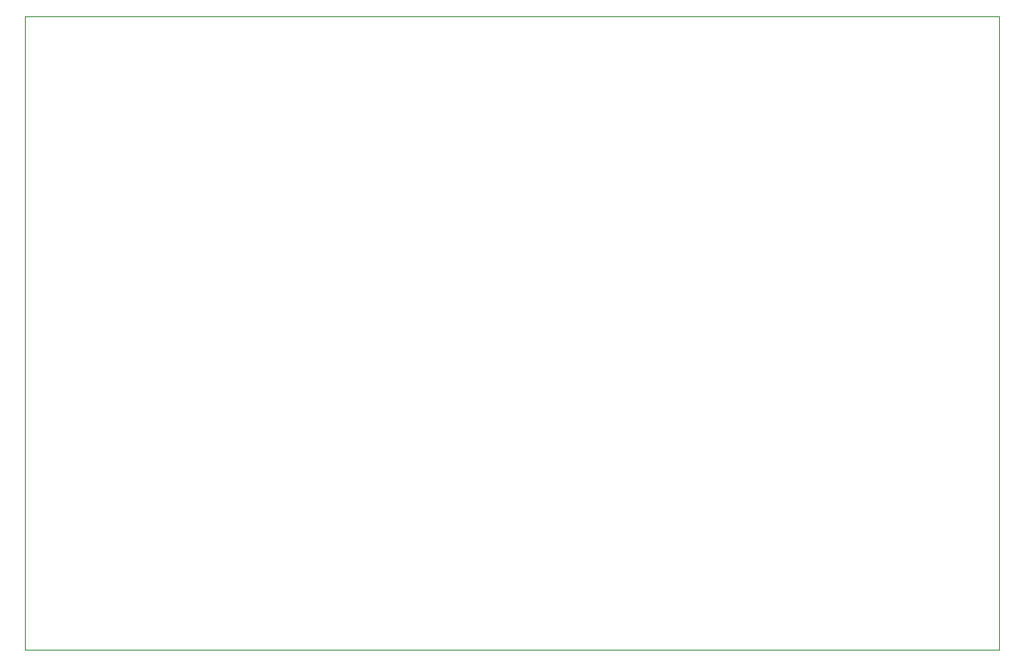
<source format=gbr>
%TF.GenerationSoftware,KiCad,Pcbnew,7.0.10*%
%TF.CreationDate,2024-04-07T18:07:36-06:00*%
%TF.ProjectId,Duel_Mux,4475656c-5f4d-4757-982e-6b696361645f,rev?*%
%TF.SameCoordinates,Original*%
%TF.FileFunction,Profile,NP*%
%FSLAX46Y46*%
G04 Gerber Fmt 4.6, Leading zero omitted, Abs format (unit mm)*
G04 Created by KiCad (PCBNEW 7.0.10) date 2024-04-07 18:07:36*
%MOMM*%
%LPD*%
G01*
G04 APERTURE LIST*
%TA.AperFunction,Profile*%
%ADD10C,0.100000*%
%TD*%
G04 APERTURE END LIST*
D10*
X0Y0D02*
X96000000Y0D01*
X96000000Y-62500000D01*
X0Y-62500000D01*
X0Y0D01*
M02*

</source>
